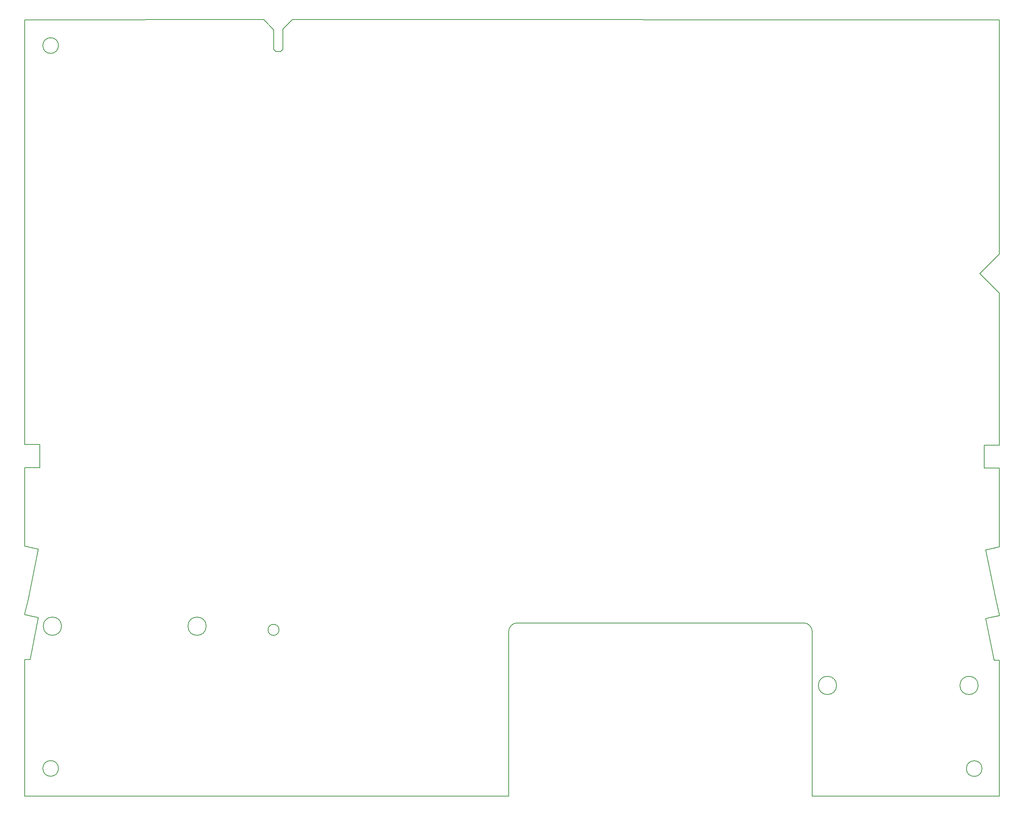
<source format=gbr>
%FSLAX34Y34*%
%MOMM*%
%LNOUTLINE*%
G71*
G01*
%ADD10C,0.150*%
%ADD11C,0.200*%
%LPD*%
G54D10*
G75*
G01X584425Y382388D02*
G03X584425Y382388I-12700J0D01*
G01*
G54D10*
G75*
G01X1865900Y254594D02*
G03X1865900Y254594I-21000J0D01*
G01*
G54D10*
G75*
G01X2191338Y254594D02*
G03X2191338Y254594I-21000J0D01*
G01*
G54D10*
G75*
G01X2200244Y63300D02*
G03X2200244Y63300I-18000J0D01*
G01*
G54D10*
G75*
G01X416910Y390722D02*
G03X416910Y390722I-21000J0D01*
G01*
G54D10*
G75*
G01X84328Y390722D02*
G03X84328Y390722I-21000J0D01*
G01*
G54D10*
G75*
G01X77359Y63697D02*
G03X77359Y63697I-18000J0D01*
G01*
G54D10*
G75*
G01X77359Y1725810D02*
G03X77359Y1725810I-18000J0D01*
G01*
G54D11*
G75*
G01X1132145Y398367D02*
G03X1112145Y378367I0J-20000D01*
G01*
G54D11*
G75*
G01X1809883Y378367D02*
G03X1789883Y398367I-20000J0D01*
G01*
G54D11*
X1789883Y398367D02*
X1132145Y398367D01*
G54D11*
X1112145Y378367D02*
X1112145Y395D01*
X1112000Y250D01*
X0Y0D01*
X0Y314250D01*
X12000Y314250D01*
X31000Y410250D01*
X21500Y412250D01*
X0Y417250D01*
X0Y419250D01*
X8000Y453250D01*
X31000Y568250D01*
X21500Y570250D01*
X0Y575250D01*
X0Y755250D01*
X34000Y755250D01*
X34000Y808250D01*
X0Y808250D01*
X0Y1785000D01*
X549000Y1785250D01*
X572000Y1762250D01*
X572000Y1717250D01*
X577000Y1712250D01*
X588000Y1712250D01*
X593000Y1717250D01*
X593000Y1763250D01*
X615000Y1785250D01*
X2240000Y1785000D01*
X2240000Y1246250D01*
G54D11*
X2240000Y1156250D02*
X2195000Y1201250D01*
X2240000Y1246250D01*
G54D11*
X1809883Y378367D02*
X1809883Y367D01*
X2239883Y367D01*
X2240000Y750D01*
X2240000Y12250D01*
X2239981Y312250D01*
X2227981Y312250D01*
X2208981Y408250D01*
X2218481Y410250D01*
X2239981Y415250D01*
X2239981Y417250D01*
X2231981Y451250D01*
X2208981Y566250D01*
X2218481Y568250D01*
X2239981Y573250D01*
X2239981Y754231D01*
X2205019Y754231D01*
X2205000Y754250D01*
X2205000Y807250D01*
X2240000Y807250D01*
X2240000Y1156250D01*
M02*

</source>
